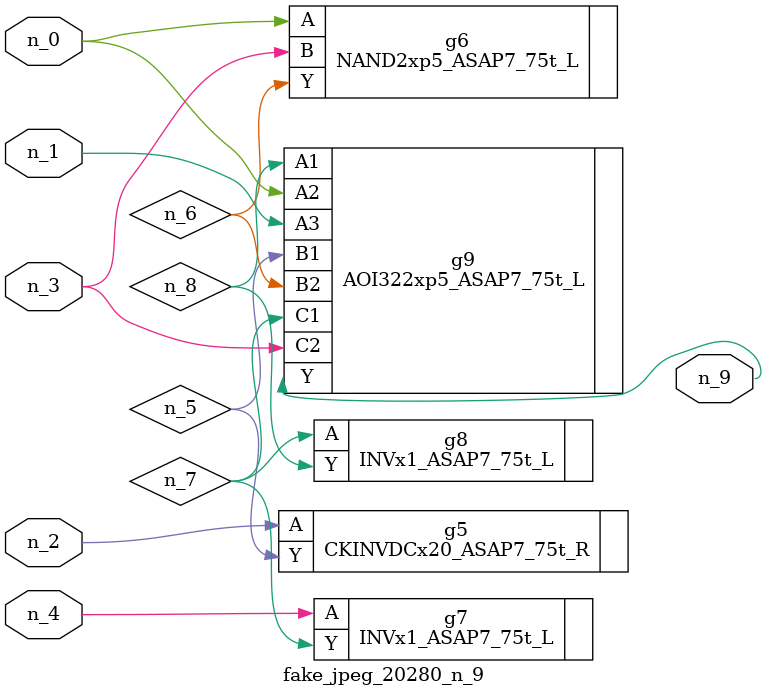
<source format=v>
module fake_jpeg_20280_n_9 (n_3, n_2, n_1, n_0, n_4, n_9);

input n_3;
input n_2;
input n_1;
input n_0;
input n_4;

output n_9;

wire n_8;
wire n_6;
wire n_5;
wire n_7;

CKINVDCx20_ASAP7_75t_R g5 ( 
.A(n_2),
.Y(n_5)
);

NAND2xp5_ASAP7_75t_L g6 ( 
.A(n_0),
.B(n_3),
.Y(n_6)
);

INVx1_ASAP7_75t_L g7 ( 
.A(n_4),
.Y(n_7)
);

INVx1_ASAP7_75t_L g8 ( 
.A(n_7),
.Y(n_8)
);

AOI322xp5_ASAP7_75t_L g9 ( 
.A1(n_8),
.A2(n_0),
.A3(n_1),
.B1(n_5),
.B2(n_6),
.C1(n_7),
.C2(n_3),
.Y(n_9)
);


endmodule
</source>
